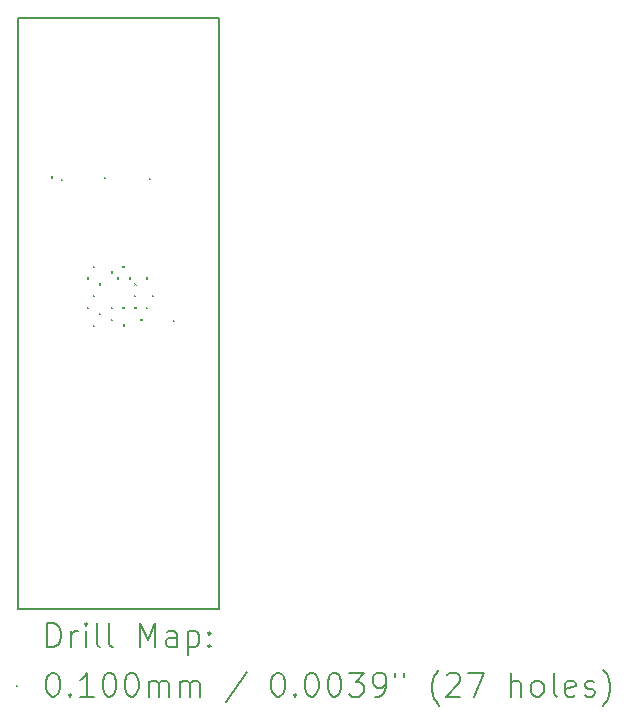
<source format=gbr>
%TF.GenerationSoftware,KiCad,Pcbnew,8.0.1*%
%TF.CreationDate,2024-10-17T14:11:02-05:00*%
%TF.ProjectId,sip-board,7369702d-626f-4617-9264-2e6b69636164,rev?*%
%TF.SameCoordinates,Original*%
%TF.FileFunction,Drillmap*%
%TF.FilePolarity,Positive*%
%FSLAX45Y45*%
G04 Gerber Fmt 4.5, Leading zero omitted, Abs format (unit mm)*
G04 Created by KiCad (PCBNEW 8.0.1) date 2024-10-17 14:11:02*
%MOMM*%
%LPD*%
G01*
G04 APERTURE LIST*
%ADD10C,0.200000*%
%ADD11C,0.100000*%
G04 APERTURE END LIST*
D10*
X13700000Y-7862000D02*
X15400000Y-7862000D01*
X15400000Y-12862000D01*
X13700000Y-12862000D01*
X13700000Y-7862000D01*
D11*
X13982000Y-9200000D02*
X13992000Y-9210000D01*
X13992000Y-9200000D02*
X13982000Y-9210000D01*
X14066000Y-9220000D02*
X14076000Y-9230000D01*
X14076000Y-9220000D02*
X14066000Y-9230000D01*
X14287000Y-10054000D02*
X14297000Y-10064000D01*
X14297000Y-10054000D02*
X14287000Y-10064000D01*
X14287000Y-10304000D02*
X14297000Y-10314000D01*
X14297000Y-10304000D02*
X14287000Y-10314000D01*
X14336000Y-9955000D02*
X14346000Y-9965000D01*
X14346000Y-9955000D02*
X14336000Y-9965000D01*
X14337000Y-10204000D02*
X14347000Y-10214000D01*
X14347000Y-10204000D02*
X14337000Y-10214000D01*
X14337000Y-10454000D02*
X14347000Y-10464000D01*
X14347000Y-10454000D02*
X14337000Y-10464000D01*
X14386000Y-10105000D02*
X14396000Y-10115000D01*
X14396000Y-10105000D02*
X14386000Y-10115000D01*
X14386000Y-10355000D02*
X14396000Y-10365000D01*
X14396000Y-10355000D02*
X14386000Y-10365000D01*
X14427000Y-9206000D02*
X14437000Y-9216000D01*
X14437000Y-9206000D02*
X14427000Y-9216000D01*
X14486000Y-10305000D02*
X14496000Y-10315000D01*
X14496000Y-10305000D02*
X14486000Y-10315000D01*
X14487000Y-10004000D02*
X14497000Y-10014000D01*
X14497000Y-10004000D02*
X14487000Y-10014000D01*
X14487000Y-10404000D02*
X14497000Y-10414000D01*
X14497000Y-10404000D02*
X14487000Y-10414000D01*
X14537000Y-10054000D02*
X14547000Y-10064000D01*
X14547000Y-10054000D02*
X14537000Y-10064000D01*
X14585000Y-9956000D02*
X14595000Y-9966000D01*
X14595000Y-9956000D02*
X14585000Y-9966000D01*
X14585000Y-10306000D02*
X14595000Y-10316000D01*
X14595000Y-10306000D02*
X14585000Y-10316000D01*
X14588231Y-10452769D02*
X14598231Y-10462769D01*
X14598231Y-10452769D02*
X14588231Y-10462769D01*
X14637000Y-10054000D02*
X14647000Y-10064000D01*
X14647000Y-10054000D02*
X14637000Y-10064000D01*
X14685000Y-10206000D02*
X14695000Y-10216000D01*
X14695000Y-10206000D02*
X14685000Y-10216000D01*
X14686000Y-10105000D02*
X14696000Y-10115000D01*
X14696000Y-10105000D02*
X14686000Y-10115000D01*
X14686000Y-10305000D02*
X14696000Y-10315000D01*
X14696000Y-10305000D02*
X14686000Y-10315000D01*
X14737000Y-10403000D02*
X14747000Y-10413000D01*
X14747000Y-10403000D02*
X14737000Y-10413000D01*
X14785000Y-10306000D02*
X14795000Y-10316000D01*
X14795000Y-10306000D02*
X14785000Y-10316000D01*
X14787000Y-10054000D02*
X14797000Y-10064000D01*
X14797000Y-10054000D02*
X14787000Y-10064000D01*
X14808000Y-9209000D02*
X14818000Y-9219000D01*
X14818000Y-9209000D02*
X14808000Y-9219000D01*
X14836000Y-10205000D02*
X14846000Y-10215000D01*
X14846000Y-10205000D02*
X14836000Y-10215000D01*
X15011000Y-10412000D02*
X15021000Y-10422000D01*
X15021000Y-10412000D02*
X15011000Y-10422000D01*
D10*
X13950777Y-13183484D02*
X13950777Y-12983484D01*
X13950777Y-12983484D02*
X13998396Y-12983484D01*
X13998396Y-12983484D02*
X14026967Y-12993008D01*
X14026967Y-12993008D02*
X14046015Y-13012055D01*
X14046015Y-13012055D02*
X14055539Y-13031103D01*
X14055539Y-13031103D02*
X14065062Y-13069198D01*
X14065062Y-13069198D02*
X14065062Y-13097769D01*
X14065062Y-13097769D02*
X14055539Y-13135865D01*
X14055539Y-13135865D02*
X14046015Y-13154912D01*
X14046015Y-13154912D02*
X14026967Y-13173960D01*
X14026967Y-13173960D02*
X13998396Y-13183484D01*
X13998396Y-13183484D02*
X13950777Y-13183484D01*
X14150777Y-13183484D02*
X14150777Y-13050150D01*
X14150777Y-13088246D02*
X14160301Y-13069198D01*
X14160301Y-13069198D02*
X14169824Y-13059674D01*
X14169824Y-13059674D02*
X14188872Y-13050150D01*
X14188872Y-13050150D02*
X14207920Y-13050150D01*
X14274586Y-13183484D02*
X14274586Y-13050150D01*
X14274586Y-12983484D02*
X14265062Y-12993008D01*
X14265062Y-12993008D02*
X14274586Y-13002531D01*
X14274586Y-13002531D02*
X14284110Y-12993008D01*
X14284110Y-12993008D02*
X14274586Y-12983484D01*
X14274586Y-12983484D02*
X14274586Y-13002531D01*
X14398396Y-13183484D02*
X14379348Y-13173960D01*
X14379348Y-13173960D02*
X14369824Y-13154912D01*
X14369824Y-13154912D02*
X14369824Y-12983484D01*
X14503158Y-13183484D02*
X14484110Y-13173960D01*
X14484110Y-13173960D02*
X14474586Y-13154912D01*
X14474586Y-13154912D02*
X14474586Y-12983484D01*
X14731729Y-13183484D02*
X14731729Y-12983484D01*
X14731729Y-12983484D02*
X14798396Y-13126341D01*
X14798396Y-13126341D02*
X14865062Y-12983484D01*
X14865062Y-12983484D02*
X14865062Y-13183484D01*
X15046015Y-13183484D02*
X15046015Y-13078722D01*
X15046015Y-13078722D02*
X15036491Y-13059674D01*
X15036491Y-13059674D02*
X15017443Y-13050150D01*
X15017443Y-13050150D02*
X14979348Y-13050150D01*
X14979348Y-13050150D02*
X14960301Y-13059674D01*
X15046015Y-13173960D02*
X15026967Y-13183484D01*
X15026967Y-13183484D02*
X14979348Y-13183484D01*
X14979348Y-13183484D02*
X14960301Y-13173960D01*
X14960301Y-13173960D02*
X14950777Y-13154912D01*
X14950777Y-13154912D02*
X14950777Y-13135865D01*
X14950777Y-13135865D02*
X14960301Y-13116817D01*
X14960301Y-13116817D02*
X14979348Y-13107293D01*
X14979348Y-13107293D02*
X15026967Y-13107293D01*
X15026967Y-13107293D02*
X15046015Y-13097769D01*
X15141253Y-13050150D02*
X15141253Y-13250150D01*
X15141253Y-13059674D02*
X15160301Y-13050150D01*
X15160301Y-13050150D02*
X15198396Y-13050150D01*
X15198396Y-13050150D02*
X15217443Y-13059674D01*
X15217443Y-13059674D02*
X15226967Y-13069198D01*
X15226967Y-13069198D02*
X15236491Y-13088246D01*
X15236491Y-13088246D02*
X15236491Y-13145388D01*
X15236491Y-13145388D02*
X15226967Y-13164436D01*
X15226967Y-13164436D02*
X15217443Y-13173960D01*
X15217443Y-13173960D02*
X15198396Y-13183484D01*
X15198396Y-13183484D02*
X15160301Y-13183484D01*
X15160301Y-13183484D02*
X15141253Y-13173960D01*
X15322205Y-13164436D02*
X15331729Y-13173960D01*
X15331729Y-13173960D02*
X15322205Y-13183484D01*
X15322205Y-13183484D02*
X15312682Y-13173960D01*
X15312682Y-13173960D02*
X15322205Y-13164436D01*
X15322205Y-13164436D02*
X15322205Y-13183484D01*
X15322205Y-13059674D02*
X15331729Y-13069198D01*
X15331729Y-13069198D02*
X15322205Y-13078722D01*
X15322205Y-13078722D02*
X15312682Y-13069198D01*
X15312682Y-13069198D02*
X15322205Y-13059674D01*
X15322205Y-13059674D02*
X15322205Y-13078722D01*
D11*
X13680000Y-13507000D02*
X13690000Y-13517000D01*
X13690000Y-13507000D02*
X13680000Y-13517000D01*
D10*
X13988872Y-13403484D02*
X14007920Y-13403484D01*
X14007920Y-13403484D02*
X14026967Y-13413008D01*
X14026967Y-13413008D02*
X14036491Y-13422531D01*
X14036491Y-13422531D02*
X14046015Y-13441579D01*
X14046015Y-13441579D02*
X14055539Y-13479674D01*
X14055539Y-13479674D02*
X14055539Y-13527293D01*
X14055539Y-13527293D02*
X14046015Y-13565388D01*
X14046015Y-13565388D02*
X14036491Y-13584436D01*
X14036491Y-13584436D02*
X14026967Y-13593960D01*
X14026967Y-13593960D02*
X14007920Y-13603484D01*
X14007920Y-13603484D02*
X13988872Y-13603484D01*
X13988872Y-13603484D02*
X13969824Y-13593960D01*
X13969824Y-13593960D02*
X13960301Y-13584436D01*
X13960301Y-13584436D02*
X13950777Y-13565388D01*
X13950777Y-13565388D02*
X13941253Y-13527293D01*
X13941253Y-13527293D02*
X13941253Y-13479674D01*
X13941253Y-13479674D02*
X13950777Y-13441579D01*
X13950777Y-13441579D02*
X13960301Y-13422531D01*
X13960301Y-13422531D02*
X13969824Y-13413008D01*
X13969824Y-13413008D02*
X13988872Y-13403484D01*
X14141253Y-13584436D02*
X14150777Y-13593960D01*
X14150777Y-13593960D02*
X14141253Y-13603484D01*
X14141253Y-13603484D02*
X14131729Y-13593960D01*
X14131729Y-13593960D02*
X14141253Y-13584436D01*
X14141253Y-13584436D02*
X14141253Y-13603484D01*
X14341253Y-13603484D02*
X14226967Y-13603484D01*
X14284110Y-13603484D02*
X14284110Y-13403484D01*
X14284110Y-13403484D02*
X14265062Y-13432055D01*
X14265062Y-13432055D02*
X14246015Y-13451103D01*
X14246015Y-13451103D02*
X14226967Y-13460627D01*
X14465062Y-13403484D02*
X14484110Y-13403484D01*
X14484110Y-13403484D02*
X14503158Y-13413008D01*
X14503158Y-13413008D02*
X14512682Y-13422531D01*
X14512682Y-13422531D02*
X14522205Y-13441579D01*
X14522205Y-13441579D02*
X14531729Y-13479674D01*
X14531729Y-13479674D02*
X14531729Y-13527293D01*
X14531729Y-13527293D02*
X14522205Y-13565388D01*
X14522205Y-13565388D02*
X14512682Y-13584436D01*
X14512682Y-13584436D02*
X14503158Y-13593960D01*
X14503158Y-13593960D02*
X14484110Y-13603484D01*
X14484110Y-13603484D02*
X14465062Y-13603484D01*
X14465062Y-13603484D02*
X14446015Y-13593960D01*
X14446015Y-13593960D02*
X14436491Y-13584436D01*
X14436491Y-13584436D02*
X14426967Y-13565388D01*
X14426967Y-13565388D02*
X14417443Y-13527293D01*
X14417443Y-13527293D02*
X14417443Y-13479674D01*
X14417443Y-13479674D02*
X14426967Y-13441579D01*
X14426967Y-13441579D02*
X14436491Y-13422531D01*
X14436491Y-13422531D02*
X14446015Y-13413008D01*
X14446015Y-13413008D02*
X14465062Y-13403484D01*
X14655539Y-13403484D02*
X14674586Y-13403484D01*
X14674586Y-13403484D02*
X14693634Y-13413008D01*
X14693634Y-13413008D02*
X14703158Y-13422531D01*
X14703158Y-13422531D02*
X14712682Y-13441579D01*
X14712682Y-13441579D02*
X14722205Y-13479674D01*
X14722205Y-13479674D02*
X14722205Y-13527293D01*
X14722205Y-13527293D02*
X14712682Y-13565388D01*
X14712682Y-13565388D02*
X14703158Y-13584436D01*
X14703158Y-13584436D02*
X14693634Y-13593960D01*
X14693634Y-13593960D02*
X14674586Y-13603484D01*
X14674586Y-13603484D02*
X14655539Y-13603484D01*
X14655539Y-13603484D02*
X14636491Y-13593960D01*
X14636491Y-13593960D02*
X14626967Y-13584436D01*
X14626967Y-13584436D02*
X14617443Y-13565388D01*
X14617443Y-13565388D02*
X14607920Y-13527293D01*
X14607920Y-13527293D02*
X14607920Y-13479674D01*
X14607920Y-13479674D02*
X14617443Y-13441579D01*
X14617443Y-13441579D02*
X14626967Y-13422531D01*
X14626967Y-13422531D02*
X14636491Y-13413008D01*
X14636491Y-13413008D02*
X14655539Y-13403484D01*
X14807920Y-13603484D02*
X14807920Y-13470150D01*
X14807920Y-13489198D02*
X14817443Y-13479674D01*
X14817443Y-13479674D02*
X14836491Y-13470150D01*
X14836491Y-13470150D02*
X14865063Y-13470150D01*
X14865063Y-13470150D02*
X14884110Y-13479674D01*
X14884110Y-13479674D02*
X14893634Y-13498722D01*
X14893634Y-13498722D02*
X14893634Y-13603484D01*
X14893634Y-13498722D02*
X14903158Y-13479674D01*
X14903158Y-13479674D02*
X14922205Y-13470150D01*
X14922205Y-13470150D02*
X14950777Y-13470150D01*
X14950777Y-13470150D02*
X14969824Y-13479674D01*
X14969824Y-13479674D02*
X14979348Y-13498722D01*
X14979348Y-13498722D02*
X14979348Y-13603484D01*
X15074586Y-13603484D02*
X15074586Y-13470150D01*
X15074586Y-13489198D02*
X15084110Y-13479674D01*
X15084110Y-13479674D02*
X15103158Y-13470150D01*
X15103158Y-13470150D02*
X15131729Y-13470150D01*
X15131729Y-13470150D02*
X15150777Y-13479674D01*
X15150777Y-13479674D02*
X15160301Y-13498722D01*
X15160301Y-13498722D02*
X15160301Y-13603484D01*
X15160301Y-13498722D02*
X15169824Y-13479674D01*
X15169824Y-13479674D02*
X15188872Y-13470150D01*
X15188872Y-13470150D02*
X15217443Y-13470150D01*
X15217443Y-13470150D02*
X15236491Y-13479674D01*
X15236491Y-13479674D02*
X15246015Y-13498722D01*
X15246015Y-13498722D02*
X15246015Y-13603484D01*
X15636491Y-13393960D02*
X15465063Y-13651103D01*
X15893634Y-13403484D02*
X15912682Y-13403484D01*
X15912682Y-13403484D02*
X15931729Y-13413008D01*
X15931729Y-13413008D02*
X15941253Y-13422531D01*
X15941253Y-13422531D02*
X15950777Y-13441579D01*
X15950777Y-13441579D02*
X15960301Y-13479674D01*
X15960301Y-13479674D02*
X15960301Y-13527293D01*
X15960301Y-13527293D02*
X15950777Y-13565388D01*
X15950777Y-13565388D02*
X15941253Y-13584436D01*
X15941253Y-13584436D02*
X15931729Y-13593960D01*
X15931729Y-13593960D02*
X15912682Y-13603484D01*
X15912682Y-13603484D02*
X15893634Y-13603484D01*
X15893634Y-13603484D02*
X15874586Y-13593960D01*
X15874586Y-13593960D02*
X15865063Y-13584436D01*
X15865063Y-13584436D02*
X15855539Y-13565388D01*
X15855539Y-13565388D02*
X15846015Y-13527293D01*
X15846015Y-13527293D02*
X15846015Y-13479674D01*
X15846015Y-13479674D02*
X15855539Y-13441579D01*
X15855539Y-13441579D02*
X15865063Y-13422531D01*
X15865063Y-13422531D02*
X15874586Y-13413008D01*
X15874586Y-13413008D02*
X15893634Y-13403484D01*
X16046015Y-13584436D02*
X16055539Y-13593960D01*
X16055539Y-13593960D02*
X16046015Y-13603484D01*
X16046015Y-13603484D02*
X16036491Y-13593960D01*
X16036491Y-13593960D02*
X16046015Y-13584436D01*
X16046015Y-13584436D02*
X16046015Y-13603484D01*
X16179348Y-13403484D02*
X16198396Y-13403484D01*
X16198396Y-13403484D02*
X16217444Y-13413008D01*
X16217444Y-13413008D02*
X16226967Y-13422531D01*
X16226967Y-13422531D02*
X16236491Y-13441579D01*
X16236491Y-13441579D02*
X16246015Y-13479674D01*
X16246015Y-13479674D02*
X16246015Y-13527293D01*
X16246015Y-13527293D02*
X16236491Y-13565388D01*
X16236491Y-13565388D02*
X16226967Y-13584436D01*
X16226967Y-13584436D02*
X16217444Y-13593960D01*
X16217444Y-13593960D02*
X16198396Y-13603484D01*
X16198396Y-13603484D02*
X16179348Y-13603484D01*
X16179348Y-13603484D02*
X16160301Y-13593960D01*
X16160301Y-13593960D02*
X16150777Y-13584436D01*
X16150777Y-13584436D02*
X16141253Y-13565388D01*
X16141253Y-13565388D02*
X16131729Y-13527293D01*
X16131729Y-13527293D02*
X16131729Y-13479674D01*
X16131729Y-13479674D02*
X16141253Y-13441579D01*
X16141253Y-13441579D02*
X16150777Y-13422531D01*
X16150777Y-13422531D02*
X16160301Y-13413008D01*
X16160301Y-13413008D02*
X16179348Y-13403484D01*
X16369825Y-13403484D02*
X16388872Y-13403484D01*
X16388872Y-13403484D02*
X16407920Y-13413008D01*
X16407920Y-13413008D02*
X16417444Y-13422531D01*
X16417444Y-13422531D02*
X16426967Y-13441579D01*
X16426967Y-13441579D02*
X16436491Y-13479674D01*
X16436491Y-13479674D02*
X16436491Y-13527293D01*
X16436491Y-13527293D02*
X16426967Y-13565388D01*
X16426967Y-13565388D02*
X16417444Y-13584436D01*
X16417444Y-13584436D02*
X16407920Y-13593960D01*
X16407920Y-13593960D02*
X16388872Y-13603484D01*
X16388872Y-13603484D02*
X16369825Y-13603484D01*
X16369825Y-13603484D02*
X16350777Y-13593960D01*
X16350777Y-13593960D02*
X16341253Y-13584436D01*
X16341253Y-13584436D02*
X16331729Y-13565388D01*
X16331729Y-13565388D02*
X16322206Y-13527293D01*
X16322206Y-13527293D02*
X16322206Y-13479674D01*
X16322206Y-13479674D02*
X16331729Y-13441579D01*
X16331729Y-13441579D02*
X16341253Y-13422531D01*
X16341253Y-13422531D02*
X16350777Y-13413008D01*
X16350777Y-13413008D02*
X16369825Y-13403484D01*
X16503158Y-13403484D02*
X16626967Y-13403484D01*
X16626967Y-13403484D02*
X16560301Y-13479674D01*
X16560301Y-13479674D02*
X16588872Y-13479674D01*
X16588872Y-13479674D02*
X16607920Y-13489198D01*
X16607920Y-13489198D02*
X16617444Y-13498722D01*
X16617444Y-13498722D02*
X16626967Y-13517769D01*
X16626967Y-13517769D02*
X16626967Y-13565388D01*
X16626967Y-13565388D02*
X16617444Y-13584436D01*
X16617444Y-13584436D02*
X16607920Y-13593960D01*
X16607920Y-13593960D02*
X16588872Y-13603484D01*
X16588872Y-13603484D02*
X16531729Y-13603484D01*
X16531729Y-13603484D02*
X16512682Y-13593960D01*
X16512682Y-13593960D02*
X16503158Y-13584436D01*
X16722206Y-13603484D02*
X16760301Y-13603484D01*
X16760301Y-13603484D02*
X16779349Y-13593960D01*
X16779349Y-13593960D02*
X16788872Y-13584436D01*
X16788872Y-13584436D02*
X16807920Y-13555865D01*
X16807920Y-13555865D02*
X16817444Y-13517769D01*
X16817444Y-13517769D02*
X16817444Y-13441579D01*
X16817444Y-13441579D02*
X16807920Y-13422531D01*
X16807920Y-13422531D02*
X16798396Y-13413008D01*
X16798396Y-13413008D02*
X16779349Y-13403484D01*
X16779349Y-13403484D02*
X16741253Y-13403484D01*
X16741253Y-13403484D02*
X16722206Y-13413008D01*
X16722206Y-13413008D02*
X16712682Y-13422531D01*
X16712682Y-13422531D02*
X16703158Y-13441579D01*
X16703158Y-13441579D02*
X16703158Y-13489198D01*
X16703158Y-13489198D02*
X16712682Y-13508246D01*
X16712682Y-13508246D02*
X16722206Y-13517769D01*
X16722206Y-13517769D02*
X16741253Y-13527293D01*
X16741253Y-13527293D02*
X16779349Y-13527293D01*
X16779349Y-13527293D02*
X16798396Y-13517769D01*
X16798396Y-13517769D02*
X16807920Y-13508246D01*
X16807920Y-13508246D02*
X16817444Y-13489198D01*
X16893634Y-13403484D02*
X16893634Y-13441579D01*
X16969825Y-13403484D02*
X16969825Y-13441579D01*
X17265063Y-13679674D02*
X17255539Y-13670150D01*
X17255539Y-13670150D02*
X17236491Y-13641579D01*
X17236491Y-13641579D02*
X17226968Y-13622531D01*
X17226968Y-13622531D02*
X17217444Y-13593960D01*
X17217444Y-13593960D02*
X17207920Y-13546341D01*
X17207920Y-13546341D02*
X17207920Y-13508246D01*
X17207920Y-13508246D02*
X17217444Y-13460627D01*
X17217444Y-13460627D02*
X17226968Y-13432055D01*
X17226968Y-13432055D02*
X17236491Y-13413008D01*
X17236491Y-13413008D02*
X17255539Y-13384436D01*
X17255539Y-13384436D02*
X17265063Y-13374912D01*
X17331730Y-13422531D02*
X17341253Y-13413008D01*
X17341253Y-13413008D02*
X17360301Y-13403484D01*
X17360301Y-13403484D02*
X17407920Y-13403484D01*
X17407920Y-13403484D02*
X17426968Y-13413008D01*
X17426968Y-13413008D02*
X17436491Y-13422531D01*
X17436491Y-13422531D02*
X17446015Y-13441579D01*
X17446015Y-13441579D02*
X17446015Y-13460627D01*
X17446015Y-13460627D02*
X17436491Y-13489198D01*
X17436491Y-13489198D02*
X17322206Y-13603484D01*
X17322206Y-13603484D02*
X17446015Y-13603484D01*
X17512682Y-13403484D02*
X17646015Y-13403484D01*
X17646015Y-13403484D02*
X17560301Y-13603484D01*
X17874587Y-13603484D02*
X17874587Y-13403484D01*
X17960301Y-13603484D02*
X17960301Y-13498722D01*
X17960301Y-13498722D02*
X17950777Y-13479674D01*
X17950777Y-13479674D02*
X17931730Y-13470150D01*
X17931730Y-13470150D02*
X17903158Y-13470150D01*
X17903158Y-13470150D02*
X17884111Y-13479674D01*
X17884111Y-13479674D02*
X17874587Y-13489198D01*
X18084111Y-13603484D02*
X18065063Y-13593960D01*
X18065063Y-13593960D02*
X18055539Y-13584436D01*
X18055539Y-13584436D02*
X18046015Y-13565388D01*
X18046015Y-13565388D02*
X18046015Y-13508246D01*
X18046015Y-13508246D02*
X18055539Y-13489198D01*
X18055539Y-13489198D02*
X18065063Y-13479674D01*
X18065063Y-13479674D02*
X18084111Y-13470150D01*
X18084111Y-13470150D02*
X18112682Y-13470150D01*
X18112682Y-13470150D02*
X18131730Y-13479674D01*
X18131730Y-13479674D02*
X18141253Y-13489198D01*
X18141253Y-13489198D02*
X18150777Y-13508246D01*
X18150777Y-13508246D02*
X18150777Y-13565388D01*
X18150777Y-13565388D02*
X18141253Y-13584436D01*
X18141253Y-13584436D02*
X18131730Y-13593960D01*
X18131730Y-13593960D02*
X18112682Y-13603484D01*
X18112682Y-13603484D02*
X18084111Y-13603484D01*
X18265063Y-13603484D02*
X18246015Y-13593960D01*
X18246015Y-13593960D02*
X18236492Y-13574912D01*
X18236492Y-13574912D02*
X18236492Y-13403484D01*
X18417444Y-13593960D02*
X18398396Y-13603484D01*
X18398396Y-13603484D02*
X18360301Y-13603484D01*
X18360301Y-13603484D02*
X18341253Y-13593960D01*
X18341253Y-13593960D02*
X18331730Y-13574912D01*
X18331730Y-13574912D02*
X18331730Y-13498722D01*
X18331730Y-13498722D02*
X18341253Y-13479674D01*
X18341253Y-13479674D02*
X18360301Y-13470150D01*
X18360301Y-13470150D02*
X18398396Y-13470150D01*
X18398396Y-13470150D02*
X18417444Y-13479674D01*
X18417444Y-13479674D02*
X18426968Y-13498722D01*
X18426968Y-13498722D02*
X18426968Y-13517769D01*
X18426968Y-13517769D02*
X18331730Y-13536817D01*
X18503158Y-13593960D02*
X18522206Y-13603484D01*
X18522206Y-13603484D02*
X18560301Y-13603484D01*
X18560301Y-13603484D02*
X18579349Y-13593960D01*
X18579349Y-13593960D02*
X18588873Y-13574912D01*
X18588873Y-13574912D02*
X18588873Y-13565388D01*
X18588873Y-13565388D02*
X18579349Y-13546341D01*
X18579349Y-13546341D02*
X18560301Y-13536817D01*
X18560301Y-13536817D02*
X18531730Y-13536817D01*
X18531730Y-13536817D02*
X18512682Y-13527293D01*
X18512682Y-13527293D02*
X18503158Y-13508246D01*
X18503158Y-13508246D02*
X18503158Y-13498722D01*
X18503158Y-13498722D02*
X18512682Y-13479674D01*
X18512682Y-13479674D02*
X18531730Y-13470150D01*
X18531730Y-13470150D02*
X18560301Y-13470150D01*
X18560301Y-13470150D02*
X18579349Y-13479674D01*
X18655539Y-13679674D02*
X18665063Y-13670150D01*
X18665063Y-13670150D02*
X18684111Y-13641579D01*
X18684111Y-13641579D02*
X18693634Y-13622531D01*
X18693634Y-13622531D02*
X18703158Y-13593960D01*
X18703158Y-13593960D02*
X18712682Y-13546341D01*
X18712682Y-13546341D02*
X18712682Y-13508246D01*
X18712682Y-13508246D02*
X18703158Y-13460627D01*
X18703158Y-13460627D02*
X18693634Y-13432055D01*
X18693634Y-13432055D02*
X18684111Y-13413008D01*
X18684111Y-13413008D02*
X18665063Y-13384436D01*
X18665063Y-13384436D02*
X18655539Y-13374912D01*
M02*

</source>
